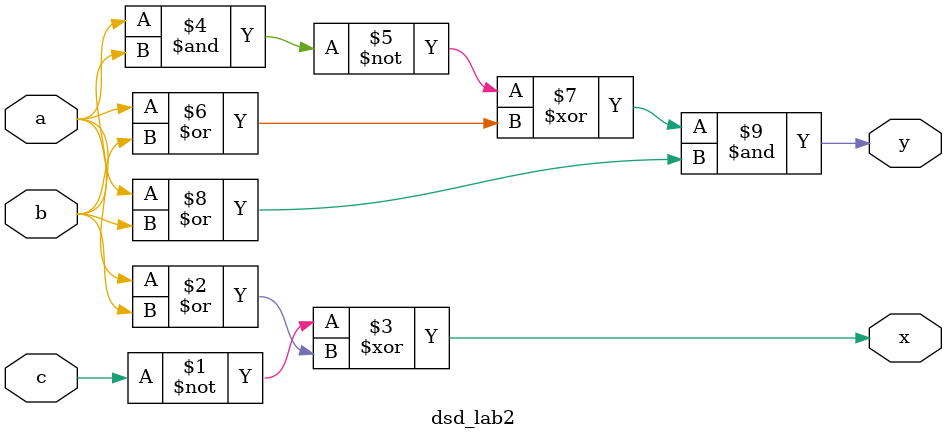
<source format=sv>
module dsd_lab2(
input a,
input b,
input c,
output x,
output y
    );
    assign x = ~ c ^ (a | b);
    assign y = ((~(a & b )) ^ (a | b )) & (a | b);
    
endmodule
</source>
